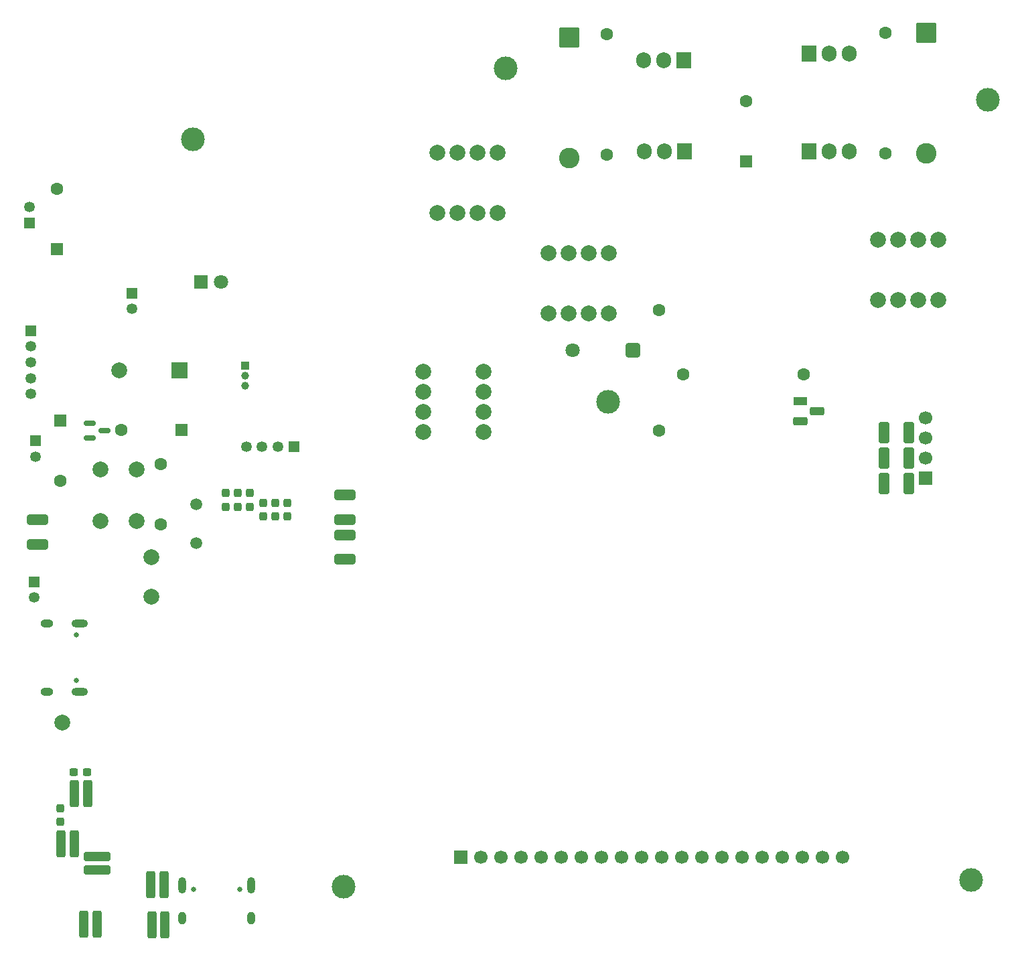
<source format=gbr>
%TF.GenerationSoftware,KiCad,Pcbnew,9.0.7*%
%TF.CreationDate,2026-02-19T04:12:07+03:00*%
%TF.ProjectId,shell-bms,7368656c-6c2d-4626-9d73-2e6b69636164,rev?*%
%TF.SameCoordinates,Original*%
%TF.FileFunction,Soldermask,Bot*%
%TF.FilePolarity,Negative*%
%FSLAX46Y46*%
G04 Gerber Fmt 4.6, Leading zero omitted, Abs format (unit mm)*
G04 Created by KiCad (PCBNEW 9.0.7) date 2026-02-19 04:12:07*
%MOMM*%
%LPD*%
G01*
G04 APERTURE LIST*
G04 Aperture macros list*
%AMRoundRect*
0 Rectangle with rounded corners*
0 $1 Rounding radius*
0 $2 $3 $4 $5 $6 $7 $8 $9 X,Y pos of 4 corners*
0 Add a 4 corners polygon primitive as box body*
4,1,4,$2,$3,$4,$5,$6,$7,$8,$9,$2,$3,0*
0 Add four circle primitives for the rounded corners*
1,1,$1+$1,$2,$3*
1,1,$1+$1,$4,$5*
1,1,$1+$1,$6,$7*
1,1,$1+$1,$8,$9*
0 Add four rect primitives between the rounded corners*
20,1,$1+$1,$2,$3,$4,$5,0*
20,1,$1+$1,$4,$5,$6,$7,0*
20,1,$1+$1,$6,$7,$8,$9,0*
20,1,$1+$1,$8,$9,$2,$3,0*%
G04 Aperture macros list end*
%ADD10RoundRect,0.250000X-0.550000X0.550000X-0.550000X-0.550000X0.550000X-0.550000X0.550000X0.550000X0*%
%ADD11C,1.600000*%
%ADD12R,1.350000X1.350000*%
%ADD13C,1.350000*%
%ADD14RoundRect,0.250000X0.550000X0.550000X-0.550000X0.550000X-0.550000X-0.550000X0.550000X-0.550000X0*%
%ADD15C,3.000000*%
%ADD16C,2.004000*%
%ADD17C,2.000000*%
%ADD18R,1.905000X2.000000*%
%ADD19O,1.905000X2.000000*%
%ADD20RoundRect,0.250000X-1.050000X1.050000X-1.050000X-1.050000X1.050000X-1.050000X1.050000X1.050000X0*%
%ADD21C,2.600000*%
%ADD22R,2.000000X2.000000*%
%ADD23C,1.500000*%
%ADD24RoundRect,0.250000X0.550000X-0.550000X0.550000X0.550000X-0.550000X0.550000X-0.550000X-0.550000X0*%
%ADD25C,0.650000*%
%ADD26O,1.000000X2.100000*%
%ADD27O,1.000000X1.600000*%
%ADD28C,1.700000*%
%ADD29R,1.700000X1.700000*%
%ADD30R,1.800000X1.100000*%
%ADD31RoundRect,0.275000X-0.625000X0.275000X-0.625000X-0.275000X0.625000X-0.275000X0.625000X0.275000X0*%
%ADD32R,1.000000X1.000000*%
%ADD33C,1.000000*%
%ADD34RoundRect,0.250000X0.650000X0.650000X-0.650000X0.650000X-0.650000X-0.650000X0.650000X-0.650000X0*%
%ADD35C,1.800000*%
%ADD36R,1.800000X1.800000*%
%ADD37O,2.100000X1.000000*%
%ADD38O,1.600000X1.000000*%
%ADD39RoundRect,0.250000X0.337500X1.450000X-0.337500X1.450000X-0.337500X-1.450000X0.337500X-1.450000X0*%
%ADD40RoundRect,0.250000X-1.075000X0.400000X-1.075000X-0.400000X1.075000X-0.400000X1.075000X0.400000X0*%
%ADD41RoundRect,0.237500X-0.237500X0.300000X-0.237500X-0.300000X0.237500X-0.300000X0.237500X0.300000X0*%
%ADD42RoundRect,0.250000X1.450000X-0.337500X1.450000X0.337500X-1.450000X0.337500X-1.450000X-0.337500X0*%
%ADD43RoundRect,0.237500X-0.300000X-0.237500X0.300000X-0.237500X0.300000X0.237500X-0.300000X0.237500X0*%
%ADD44RoundRect,0.237500X0.237500X-0.300000X0.237500X0.300000X-0.237500X0.300000X-0.237500X-0.300000X0*%
%ADD45RoundRect,0.150000X-0.587500X-0.150000X0.587500X-0.150000X0.587500X0.150000X-0.587500X0.150000X0*%
%ADD46RoundRect,0.250000X0.412500X1.100000X-0.412500X1.100000X-0.412500X-1.100000X0.412500X-1.100000X0*%
%ADD47RoundRect,0.250000X-0.337500X-1.450000X0.337500X-1.450000X0.337500X1.450000X-0.337500X1.450000X0*%
G04 APERTURE END LIST*
D10*
%TO.C,D7*%
X52500000Y-103600000D03*
D11*
X52500000Y-111220000D03*
%TD*%
%TO.C,R32*%
X121525000Y-69920000D03*
X121525000Y-54680000D03*
%TD*%
D12*
%TO.C,J7*%
X49300000Y-106100000D03*
D13*
X49300000Y-108100000D03*
%TD*%
D14*
%TO.C,D5*%
X67760000Y-104750000D03*
D11*
X60140000Y-104750000D03*
%TD*%
D12*
%TO.C,J9*%
X81978000Y-106832400D03*
D13*
X79978000Y-106832400D03*
X77978000Y-106832400D03*
X75978000Y-106832400D03*
%TD*%
D11*
%TO.C,R22*%
X128142000Y-104854000D03*
X128142000Y-89614000D03*
%TD*%
D15*
%TO.C,H1*%
X167642544Y-161642544D03*
%TD*%
D16*
%TO.C,MP3*%
X155865000Y-80690000D03*
X158405000Y-80690000D03*
X160945000Y-80690000D03*
X163485000Y-80690000D03*
X163485000Y-88310000D03*
X160945000Y-88310000D03*
X158405000Y-88310000D03*
X155865000Y-88310000D03*
%TD*%
D17*
%TO.C,TP1*%
X52700000Y-141750000D03*
%TD*%
%TO.C,SW1*%
X57577600Y-116281200D03*
X57577600Y-109781200D03*
X62077600Y-116281200D03*
X62077600Y-109781200D03*
%TD*%
D18*
%TO.C,Q9*%
X131275000Y-58000000D03*
D19*
X128735000Y-58000000D03*
X126195000Y-58000000D03*
%TD*%
D12*
%TO.C,J8*%
X48600000Y-78550000D03*
D13*
X48600000Y-76550000D03*
%TD*%
D12*
%TO.C,J10*%
X48700000Y-92200000D03*
D13*
X48700000Y-94200000D03*
X48700000Y-96200000D03*
X48700000Y-98200000D03*
X48700000Y-100200000D03*
%TD*%
D12*
%TO.C,J13*%
X61525000Y-87450000D03*
D13*
X61525000Y-89450000D03*
%TD*%
D20*
%TO.C,D3*%
X116775000Y-55180000D03*
D21*
X116775000Y-70420000D03*
%TD*%
D22*
%TO.C,BZ1*%
X67550000Y-97250000D03*
D17*
X59950000Y-97250000D03*
%TD*%
D12*
%TO.C,J6*%
X49200000Y-123950000D03*
D13*
X49200000Y-125950000D03*
%TD*%
D23*
%TO.C,Y1*%
X69646800Y-114186800D03*
X69646800Y-119086800D03*
%TD*%
D16*
%TO.C,MP2*%
X98315000Y-105035000D03*
X98315000Y-102495000D03*
X98315000Y-99955000D03*
X98315000Y-97415000D03*
X105935000Y-97415000D03*
X105935000Y-99955000D03*
X105935000Y-102495000D03*
X105935000Y-105035000D03*
%TD*%
D15*
%TO.C,H5*%
X121703104Y-101203104D03*
%TD*%
%TO.C,H2*%
X88250000Y-162500000D03*
%TD*%
%TO.C,H6*%
X108750000Y-59000000D03*
%TD*%
D11*
%TO.C,R55*%
X65125600Y-116687600D03*
X65125600Y-109067600D03*
%TD*%
D15*
%TO.C,H3*%
X69200000Y-68000000D03*
%TD*%
D11*
%TO.C,R30*%
X131202000Y-97694000D03*
X146442000Y-97694000D03*
%TD*%
D18*
%TO.C,Q3*%
X147095000Y-69550000D03*
D19*
X149635000Y-69550000D03*
X152175000Y-69550000D03*
%TD*%
D18*
%TO.C,Q2*%
X131405000Y-69500000D03*
D19*
X128865000Y-69500000D03*
X126325000Y-69500000D03*
%TD*%
D24*
%TO.C,D2*%
X139175000Y-70770000D03*
D11*
X139175000Y-63150000D03*
%TD*%
D25*
%TO.C,J11*%
X69340000Y-162820000D03*
X75120000Y-162820000D03*
D26*
X67910000Y-162320000D03*
D27*
X67910000Y-166500000D03*
D26*
X76550000Y-162320000D03*
D27*
X76550000Y-166500000D03*
%TD*%
D28*
%TO.C,J2*%
X151364000Y-158761500D03*
X148824000Y-158761500D03*
X146284000Y-158761500D03*
X143744000Y-158761500D03*
X141204000Y-158761500D03*
X138664000Y-158761500D03*
X136124000Y-158761500D03*
X133584000Y-158761500D03*
X131044000Y-158761500D03*
X128504000Y-158761500D03*
X125964000Y-158761500D03*
X123424000Y-158761500D03*
X120884000Y-158761500D03*
X118344000Y-158761500D03*
X115804000Y-158761500D03*
X113264000Y-158761500D03*
X110724000Y-158761500D03*
X108184000Y-158761500D03*
X105644000Y-158761500D03*
D29*
X103104000Y-158761500D03*
%TD*%
D30*
%TO.C,Q1*%
X146042000Y-101104000D03*
D31*
X148112000Y-102374000D03*
X146042000Y-103644000D03*
%TD*%
D20*
%TO.C,D4*%
X161925000Y-54580000D03*
D21*
X161925000Y-69820000D03*
%TD*%
D24*
%TO.C,D8*%
X52032500Y-81910000D03*
D11*
X52032500Y-74290000D03*
%TD*%
D32*
%TO.C,JP1*%
X75850000Y-96600000D03*
D33*
X75850000Y-97870000D03*
X75850000Y-99140000D03*
%TD*%
D18*
%TO.C,Q8*%
X147125000Y-57150000D03*
D19*
X149665000Y-57150000D03*
X152205000Y-57150000D03*
%TD*%
D34*
%TO.C,D1*%
X124840000Y-94694000D03*
D35*
X117220000Y-94694000D03*
%TD*%
D15*
%TO.C,H4*%
X169750000Y-63000000D03*
%TD*%
D16*
%TO.C,MP4*%
X114190000Y-82440000D03*
X116730000Y-82440000D03*
X119270000Y-82440000D03*
X121810000Y-82440000D03*
X121810000Y-90060000D03*
X119270000Y-90060000D03*
X116730000Y-90060000D03*
X114190000Y-90060000D03*
%TD*%
%TO.C,MP1*%
X100115000Y-69690000D03*
X102655000Y-69690000D03*
X105195000Y-69690000D03*
X107735000Y-69690000D03*
X107735000Y-77310000D03*
X105195000Y-77310000D03*
X102655000Y-77310000D03*
X100115000Y-77310000D03*
%TD*%
D36*
%TO.C,D6*%
X70200000Y-86000000D03*
D35*
X72740000Y-86000000D03*
%TD*%
D17*
%TO.C,C58*%
X63957200Y-125853200D03*
X63957200Y-120853200D03*
%TD*%
D11*
%TO.C,R39*%
X156775000Y-69790000D03*
X156775000Y-54550000D03*
%TD*%
D29*
%TO.C,J3*%
X161867000Y-110844000D03*
D28*
X161867000Y-108304000D03*
X161867000Y-105764000D03*
X161867000Y-103224000D03*
%TD*%
D25*
%TO.C,J5*%
X54455000Y-130660000D03*
X54455000Y-136440000D03*
D37*
X54955000Y-129230000D03*
D38*
X50775000Y-129230000D03*
D37*
X54955000Y-137870000D03*
D38*
X50775000Y-137870000D03*
%TD*%
D39*
%TO.C,R66*%
X65575000Y-162225000D03*
X63900000Y-162225000D03*
%TD*%
D40*
%TO.C,R28*%
X88442800Y-118008400D03*
X88442800Y-121108400D03*
%TD*%
D39*
%TO.C,R64*%
X65700000Y-167300000D03*
X64025000Y-167300000D03*
%TD*%
D41*
%TO.C,C54*%
X76402450Y-112727400D03*
X76402450Y-114452400D03*
%TD*%
D42*
%TO.C,R62*%
X57150000Y-160375000D03*
X57150000Y-158700000D03*
%TD*%
D43*
%TO.C,C61*%
X54150000Y-148050000D03*
X55875000Y-148050000D03*
%TD*%
D40*
%TO.C,R29*%
X88442800Y-112978000D03*
X88442800Y-116078000D03*
%TD*%
D44*
%TO.C,C47*%
X78128000Y-115669400D03*
X78128000Y-113944400D03*
%TD*%
D39*
%TO.C,R65*%
X55900000Y-150750000D03*
X54225000Y-150750000D03*
%TD*%
D45*
%TO.C,Q4*%
X56162500Y-105800000D03*
X56162500Y-103900000D03*
X58037500Y-104850000D03*
%TD*%
D40*
%TO.C,R57*%
X49550000Y-116100000D03*
X49550000Y-119200000D03*
%TD*%
D44*
%TO.C,C45*%
X79601200Y-115669400D03*
X79601200Y-113944400D03*
%TD*%
D39*
%TO.C,R67*%
X54250000Y-157100000D03*
X52575000Y-157100000D03*
%TD*%
D46*
%TO.C,C19*%
X159742000Y-108344000D03*
X156617000Y-108344000D03*
%TD*%
D47*
%TO.C,R63*%
X55462500Y-167250000D03*
X57137500Y-167250000D03*
%TD*%
D44*
%TO.C,C42*%
X81127600Y-115670500D03*
X81127600Y-113945500D03*
%TD*%
%TO.C,C62*%
X52500000Y-154325000D03*
X52500000Y-152600000D03*
%TD*%
D46*
%TO.C,C20*%
X159717000Y-111544000D03*
X156592000Y-111544000D03*
%TD*%
D41*
%TO.C,C53*%
X74908450Y-112727400D03*
X74908450Y-114452400D03*
%TD*%
%TO.C,C52*%
X73405250Y-112727400D03*
X73405250Y-114452400D03*
%TD*%
D46*
%TO.C,C18*%
X159742000Y-105094000D03*
X156617000Y-105094000D03*
%TD*%
M02*

</source>
